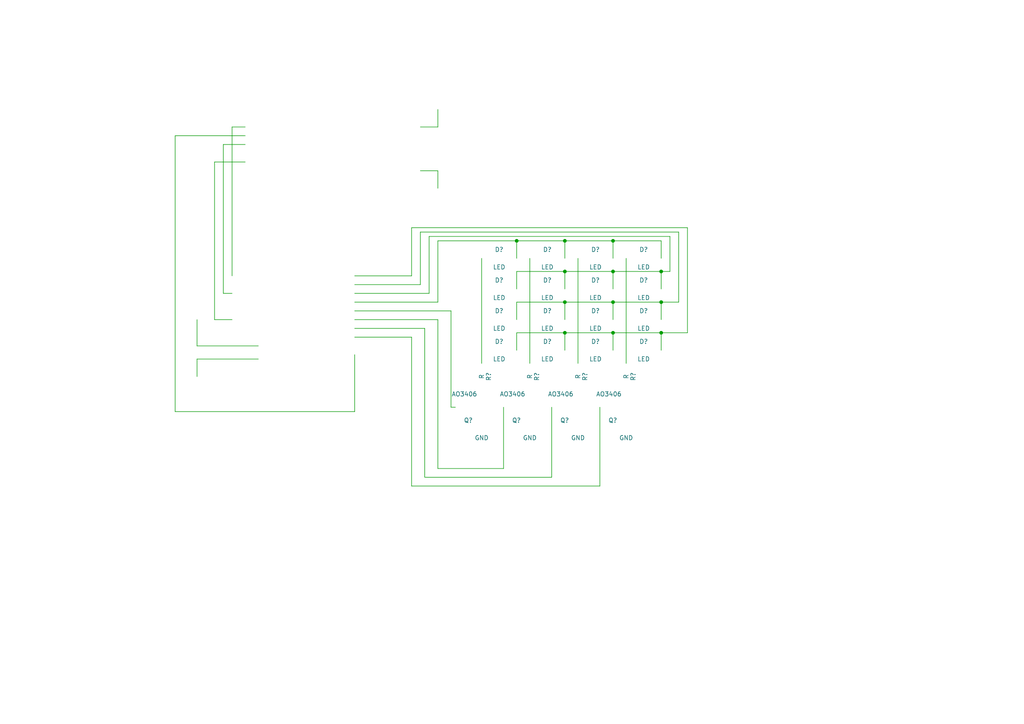
<source format=kicad_sch>
(kicad_sch (version 20230121) (generator eeschema)
  (paper "A4")
  (title_block (title "LED Matrix") (rev "0.1") (company "Coredump"))
  (lib_symbols)
  (junction (at 191.77 96.52))
  (junction (at 177.8 78.74))
  (junction (at 191.77 78.74))
  (junction (at 163.83 69.85))
  (junction (at 149.86 69.85))
  (junction (at 163.83 96.52))
  (junction (at 163.83 78.74))
  (junction (at 191.77 87.63))
  (junction (at 177.8 96.52))
  (junction (at 177.8 69.85))
  (junction (at 163.83 87.63))
  (junction (at 177.8 87.63))
  (wire (pts (xy 57.15 100.33) (xy 57.15 92.71)))
  (wire (pts (xy 119.38 97.79) (xy 119.38 140.97)))
  (wire (pts (xy 121.92 82.55) (xy 121.92 67.31)))
  (wire (pts (xy 130.81 90.17) (xy 130.81 118.11)))
  (wire (pts (xy 177.8 69.85) (xy 191.77 69.85)))
  (wire (pts (xy 127 135.89) (xy 146.05 135.89)))
  (wire (pts (xy 71.12 46.99) (xy 62.23 46.99)))
  (wire (pts (xy 163.83 96.52) (xy 163.83 101.6)))
  (wire (pts (xy 163.83 69.85) (xy 177.8 69.85)))
  (wire (pts (xy 74.93 104.14) (xy 57.15 104.14)))
  (wire (pts (xy 121.92 67.31) (xy 196.85 67.31)))
  (wire (pts (xy 149.86 78.74) (xy 163.83 78.74)))
  (wire (pts (xy 163.83 69.85) (xy 163.83 74.93)))
  (wire (pts (xy 139.7 74.93) (xy 139.7 105.41)))
  (wire (pts (xy 177.8 69.85) (xy 177.8 74.93)))
  (wire (pts (xy 124.46 68.58) (xy 194.31 68.58)))
  (wire (pts (xy 196.85 87.63) (xy 196.85 67.31)))
  (wire (pts (xy 191.77 96.52) (xy 199.39 96.52)))
  (wire (pts (xy 149.86 96.52) (xy 163.83 96.52)))
  (wire (pts (xy 127 69.85) (xy 127 87.63)))
  (wire (pts (xy 163.83 78.74) (xy 163.83 83.82)))
  (wire (pts (xy 57.15 104.14) (xy 57.15 109.22)))
  (wire (pts (xy 127 92.71) (xy 127 135.89)))
  (wire (pts (xy 102.87 82.55) (xy 121.92 82.55)))
  (wire (pts (xy 153.67 74.93) (xy 153.67 105.41)))
  (wire (pts (xy 163.83 87.63) (xy 177.8 87.63)))
  (wire (pts (xy 191.77 69.85) (xy 191.77 74.93)))
  (wire (pts (xy 67.31 36.83) (xy 67.31 80.01)))
  (wire (pts (xy 160.02 138.43) (xy 160.02 118.11)))
  (wire (pts (xy 191.77 78.74) (xy 194.31 78.74)))
  (wire (pts (xy 177.8 78.74) (xy 177.8 83.82)))
  (wire (pts (xy 127 69.85) (xy 149.86 69.85)))
  (wire (pts (xy 64.77 85.09) (xy 64.77 41.91)))
  (wire (pts (xy 191.77 87.63) (xy 191.77 92.71)))
  (wire (pts (xy 102.87 102.87) (xy 102.87 119.38)))
  (wire (pts (xy 119.38 140.97) (xy 173.99 140.97)))
  (wire (pts (xy 163.83 96.52) (xy 177.8 96.52)))
  (wire (pts (xy 149.86 101.6) (xy 149.86 96.52)))
  (wire (pts (xy 130.81 118.11) (xy 132.08 118.11)))
  (wire (pts (xy 123.19 138.43) (xy 160.02 138.43)))
  (wire (pts (xy 191.77 96.52) (xy 191.77 101.6)))
  (wire (pts (xy 102.87 119.38) (xy 50.8 119.38)))
  (wire (pts (xy 127 49.53) (xy 127 54.61)))
  (wire (pts (xy 102.87 90.17) (xy 130.81 90.17)))
  (wire (pts (xy 102.87 92.71) (xy 127 92.71)))
  (wire (pts (xy 62.23 46.99) (xy 62.23 92.71)))
  (wire (pts (xy 167.64 74.93) (xy 167.64 105.41)))
  (wire (pts (xy 173.99 140.97) (xy 173.99 118.11)))
  (wire (pts (xy 50.8 119.38) (xy 50.8 39.37)))
  (wire (pts (xy 124.46 85.09) (xy 124.46 68.58)))
  (wire (pts (xy 123.19 95.25) (xy 123.19 138.43)))
  (wire (pts (xy 163.83 87.63) (xy 163.83 92.71)))
  (wire (pts (xy 177.8 78.74) (xy 191.77 78.74)))
  (wire (pts (xy 149.86 92.71) (xy 149.86 87.63)))
  (wire (pts (xy 191.77 78.74) (xy 191.77 83.82)))
  (wire (pts (xy 119.38 66.04) (xy 199.39 66.04)))
  (wire (pts (xy 146.05 135.89) (xy 146.05 118.11)))
  (wire (pts (xy 64.77 85.09) (xy 67.31 85.09)))
  (wire (pts (xy 177.8 96.52) (xy 191.77 96.52)))
  (wire (pts (xy 181.61 74.93) (xy 181.61 105.41)))
  (wire (pts (xy 121.92 49.53) (xy 127 49.53)))
  (wire (pts (xy 119.38 80.01) (xy 119.38 66.04)))
  (wire (pts (xy 71.12 36.83) (xy 67.31 36.83)))
  (wire (pts (xy 64.77 41.91) (xy 71.12 41.91)))
  (wire (pts (xy 127 87.63) (xy 102.87 87.63)))
  (wire (pts (xy 191.77 87.63) (xy 196.85 87.63)))
  (wire (pts (xy 102.87 97.79) (xy 119.38 97.79)))
  (wire (pts (xy 194.31 78.74) (xy 194.31 68.58)))
  (wire (pts (xy 102.87 80.01) (xy 119.38 80.01)))
  (wire (pts (xy 74.93 100.33) (xy 57.15 100.33)))
  (wire (pts (xy 149.86 87.63) (xy 163.83 87.63)))
  (wire (pts (xy 149.86 74.93) (xy 149.86 69.85)))
  (wire (pts (xy 149.86 83.82) (xy 149.86 78.74)))
  (wire (pts (xy 199.39 96.52) (xy 199.39 66.04)))
  (wire (pts (xy 177.8 87.63) (xy 177.8 92.71)))
  (wire (pts (xy 127 31.75) (xy 127 36.83)))
  (wire (pts (xy 102.87 95.25) (xy 123.19 95.25)))
  (wire (pts (xy 177.8 87.63) (xy 191.77 87.63)))
  (wire (pts (xy 102.87 85.09) (xy 124.46 85.09)))
  (wire (pts (xy 149.86 69.85) (xy 163.83 69.85)))
  (wire (pts (xy 62.23 92.71) (xy 67.31 92.71)))
  (wire (pts (xy 127 36.83) (xy 121.92 36.83)))
  (wire (pts (xy 177.8 96.52) (xy 177.8 101.6)))
  (wire (pts (xy 163.83 78.74) (xy 177.8 78.74)))
  (wire (pts (xy 50.8 39.37) (xy 71.12 39.37)))
  (symbol (lib_id "74HC595") (at 85.09 91.44 0) (unit 1)
    (property "Reference" "U?" (at 88.9 76.2 0))
    (property "Value" "74HC595 Shift Register" (at 85.09 107.95 0))
  )
  (symbol (lib_id "LED") (at 144.78 83.82 0) (unit 1)
    (property "Reference" "D?" (at 144.78 81.28 0))
    (property "Value" "LED" (at 144.78 86.36 0))
  )
  (symbol (lib_id "LED") (at 144.78 92.71 0) (unit 1)
    (property "Reference" "D?" (at 144.78 90.17 0))
    (property "Value" "LED" (at 144.78 95.25 0))
  )
  (symbol (lib_id "LED") (at 144.78 101.6 0) (unit 1)
    (property "Reference" "D?" (at 144.78 99.06 0))
    (property "Value" "LED" (at 144.78 104.14 0))
  )
  (symbol (lib_id "LED") (at 158.75 101.6 0) (unit 1)
    (property "Reference" "D?" (at 158.75 99.06 0))
    (property "Value" "LED" (at 158.75 104.14 0))
  )
  (symbol (lib_id "LED") (at 158.75 92.71 0) (unit 1)
    (property "Reference" "D?" (at 158.75 90.17 0))
    (property "Value" "LED" (at 158.75 95.25 0))
  )
  (symbol (lib_id "LED") (at 158.75 83.82 0) (unit 1)
    (property "Reference" "D?" (at 158.75 81.28 0))
    (property "Value" "LED" (at 158.75 86.36 0))
  )
  (symbol (lib_id "LED") (at 172.72 83.82 0) (unit 1)
    (property "Reference" "D?" (at 172.72 81.28 0))
    (property "Value" "LED" (at 172.72 86.36 0))
  )
  (symbol (lib_id "LED") (at 172.72 92.71 0) (unit 1)
    (property "Reference" "D?" (at 172.72 90.17 0))
    (property "Value" "LED" (at 172.72 95.25 0))
  )
  (symbol (lib_id "LED") (at 172.72 101.6 0) (unit 1)
    (property "Reference" "D?" (at 172.72 99.06 0))
    (property "Value" "LED" (at 172.72 104.14 0))
  )
  (symbol (lib_id "LED") (at 144.78 74.93 0) (unit 1)
    (property "Reference" "D?" (at 144.78 72.39 0))
    (property "Value" "LED" (at 144.78 77.47 0))
  )
  (symbol (lib_id "LED") (at 158.75 74.93 0) (unit 1)
    (property "Reference" "D?" (at 158.75 72.39 0))
    (property "Value" "LED" (at 158.75 77.47 0))
  )
  (symbol (lib_id "LED") (at 172.72 74.93 0) (unit 1)
    (property "Reference" "D?" (at 172.72 72.39 0))
    (property "Value" "LED" (at 172.72 77.47 0))
  )
  (symbol (lib_id "GND") (at 57.15 109.22 0) (unit 1)
    (property "Reference" "#PWR?" (effects hide))
    (property "Value" "GND" (at 57.15 113.03 0))
  )
  (symbol (lib_id "ATTINY13A-P") (at 96.52 43.18 0) (unit 1)
    (property "Reference" "IC?" (at 76.2 33.02 0))
    (property "Value" "ATTINY13A-P" (at 113.03 53.34 0))
    (property "Footprint" "DIP8" (at 113.03 43.18 0) (effects (font italic)))
  )
  (symbol (lib_id "+5V") (at 57.15 92.71 0) (unit 1)
    (property "Reference" "#PWR?" (effects hide))
    (property "Value" "+5V" (at 57.15 89.154 0))
  )
  (symbol (lib_id "LED") (at 186.69 74.93 0) (unit 1)
    (property "Reference" "D?" (at 186.69 72.39 0))
    (property "Value" "LED" (at 186.69 77.47 0))
  )
  (symbol (lib_id "LED") (at 186.69 83.82 0) (unit 1)
    (property "Reference" "D?" (at 186.69 81.28 0))
    (property "Value" "LED" (at 186.69 86.36 0))
  )
  (symbol (lib_id "LED") (at 186.69 92.71 0) (unit 1)
    (property "Reference" "D?" (at 186.69 90.17 0))
    (property "Value" "LED" (at 186.69 95.25 0))
  )
  (symbol (lib_id "LED") (at 186.69 101.6 0) (unit 1)
    (property "Reference" "D?" (at 186.69 99.06 0))
    (property "Value" "LED" (at 186.69 104.14 0))
  )
  (symbol (lib_id "Q_NMOS_GDS") (at 137.16 118.11 0) (unit 1)
    (property "Reference" "Q?" (at 137.16 121.92 0) (effects (justify right)))
    (property "Value" "AO3406" (at 138.43 114.3 0) (effects (justify right)))
  )
  (symbol (lib_id "Q_NMOS_GDS") (at 151.13 118.11 0) (unit 1)
    (property "Reference" "Q?" (at 151.13 121.92 0) (effects (justify right)))
    (property "Value" "AO3406" (at 152.4 114.3 0) (effects (justify right)))
  )
  (symbol (lib_id "Q_NMOS_GDS") (at 165.1 118.11 0) (unit 1)
    (property "Reference" "Q?" (at 165.1 121.92 0) (effects (justify right)))
    (property "Value" "AO3406" (at 166.37 114.3 0) (effects (justify right)))
  )
  (symbol (lib_id "Q_NMOS_GDS") (at 179.07 118.11 0) (unit 1)
    (property "Reference" "Q?" (at 179.07 121.92 0) (effects (justify right)))
    (property "Value" "AO3406" (at 180.34 114.3 0) (effects (justify right)))
  )
  (symbol (lib_id "GND") (at 139.7 123.19 0) (unit 1)
    (property "Reference" "#PWR?" (effects hide))
    (property "Value" "GND" (at 139.7 127 0))
  )
  (symbol (lib_id "GND") (at 153.67 123.19 0) (unit 1)
    (property "Reference" "#PWR?" (effects hide))
    (property "Value" "GND" (at 153.67 127 0))
  )
  (symbol (lib_id "GND") (at 167.64 123.19 0) (unit 1)
    (property "Reference" "#PWR?" (effects hide))
    (property "Value" "GND" (at 167.64 127 0))
  )
  (symbol (lib_id "GND") (at 181.61 123.19 0) (unit 1)
    (property "Reference" "#PWR?" (effects hide))
    (property "Value" "GND" (at 181.61 127 0))
  )
  (symbol (lib_id "R") (at 139.7 109.22 0) (unit 1)
    (property "Reference" "R?" (at 141.732 109.22 90))
    (property "Value" "R" (at 139.7 109.22 90))
  )
  (symbol (lib_id "R") (at 153.67 109.22 0) (unit 1)
    (property "Reference" "R?" (at 155.702 109.22 90))
    (property "Value" "R" (at 153.67 109.22 90))
  )
  (symbol (lib_id "R") (at 167.64 109.22 0) (unit 1)
    (property "Reference" "R?" (at 169.672 109.22 90))
    (property "Value" "R" (at 167.64 109.22 90))
  )
  (symbol (lib_id "R") (at 181.61 109.22 0) (unit 1)
    (property "Reference" "R?" (at 183.642 109.22 90))
    (property "Value" "R" (at 181.61 109.22 90))
  )
  (symbol (lib_id "+5V") (at 127 31.75 0) (unit 1)
    (property "Reference" "#PWR?" (effects hide))
    (property "Value" "+5V" (at 127 28.194 0))
  )
  (symbol (lib_id "GND") (at 127 54.61 0) (unit 1)
    (property "Reference" "#PWR?" (effects hide))
    (property "Value" "GND" (at 127 58.42 0))
  )
)
</source>
